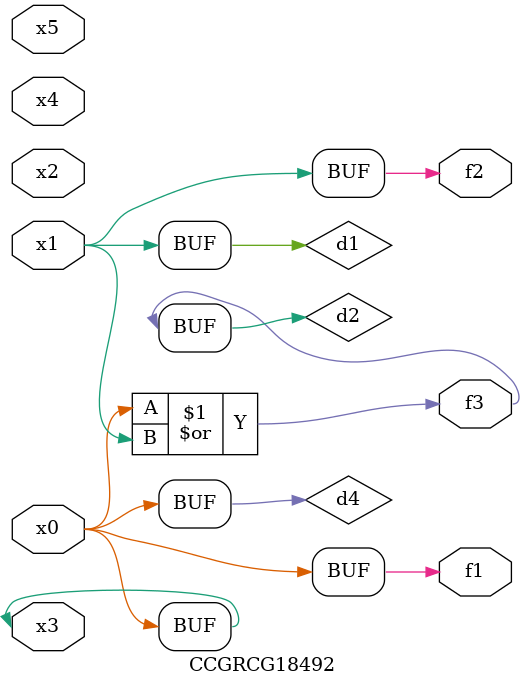
<source format=v>
module CCGRCG18492(
	input x0, x1, x2, x3, x4, x5,
	output f1, f2, f3
);

	wire d1, d2, d3, d4;

	and (d1, x1);
	or (d2, x0, x1);
	nand (d3, x0, x5);
	buf (d4, x0, x3);
	assign f1 = d4;
	assign f2 = d1;
	assign f3 = d2;
endmodule

</source>
